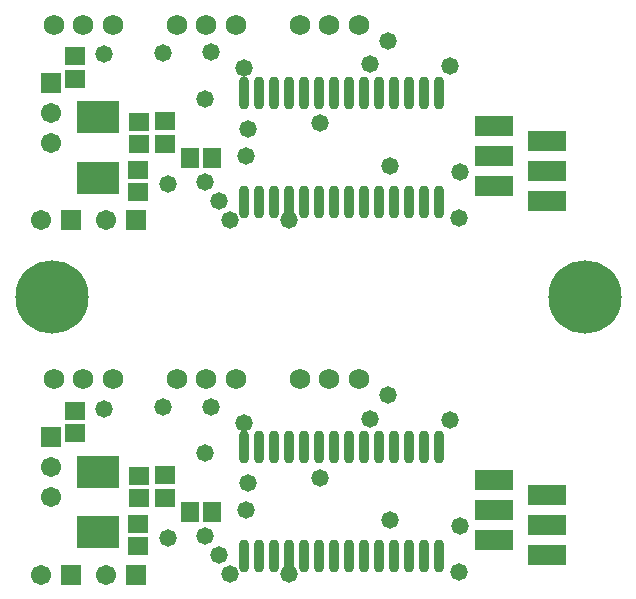
<source format=gbs>
G04 Layer_Color=16711935*
%FSLAX24Y24*%
%MOIN*%
G70*
G01*
G75*
%ADD35R,0.0671X0.0592*%
%ADD37R,0.0592X0.0671*%
%ADD38C,0.0680*%
%ADD39C,0.0671*%
%ADD40R,0.0671X0.0671*%
%ADD41R,0.0671X0.0671*%
%ADD42C,0.2442*%
%ADD43C,0.0580*%
%ADD44R,0.1261X0.0671*%
%ADD45O,0.0356X0.1104*%
%ADD46R,0.1419X0.1064*%
D35*
X3839Y14094D02*
D03*
Y13346D02*
D03*
X3848Y15689D02*
D03*
Y14941D02*
D03*
X4734Y14961D02*
D03*
Y15709D02*
D03*
X1742Y17126D02*
D03*
Y17874D02*
D03*
Y5315D02*
D03*
Y6063D02*
D03*
X3839Y2283D02*
D03*
Y1535D02*
D03*
X3848Y3878D02*
D03*
Y3130D02*
D03*
X4734Y3150D02*
D03*
Y3898D02*
D03*
D37*
X6309Y14478D02*
D03*
X5561D02*
D03*
X6309Y2667D02*
D03*
X5561D02*
D03*
D38*
X2992Y18927D02*
D03*
X2008D02*
D03*
X1024D02*
D03*
X7087D02*
D03*
X6102D02*
D03*
X5118D02*
D03*
X11181D02*
D03*
X10197D02*
D03*
X9213D02*
D03*
X2992Y7116D02*
D03*
X2008D02*
D03*
X1024D02*
D03*
X7087D02*
D03*
X6102D02*
D03*
X5118D02*
D03*
X11181D02*
D03*
X10197D02*
D03*
X9213D02*
D03*
D39*
X935Y14978D02*
D03*
Y15978D02*
D03*
X2770Y12402D02*
D03*
X585D02*
D03*
Y591D02*
D03*
X2770D02*
D03*
X935Y3167D02*
D03*
Y4167D02*
D03*
D40*
Y16978D02*
D03*
Y5167D02*
D03*
D41*
X3770Y12402D02*
D03*
X1585D02*
D03*
Y591D02*
D03*
X3770D02*
D03*
D42*
X955Y9843D02*
D03*
X18720D02*
D03*
D43*
X7431Y14557D02*
D03*
X2687Y17933D02*
D03*
X6063Y16447D02*
D03*
X14557Y14026D02*
D03*
X7490Y15443D02*
D03*
X7372Y17470D02*
D03*
X12224Y14213D02*
D03*
X14223Y17549D02*
D03*
X9892Y15640D02*
D03*
X6260Y18002D02*
D03*
X4656Y17992D02*
D03*
X8859Y12411D02*
D03*
X14518Y12490D02*
D03*
X12175Y18396D02*
D03*
X11555Y17598D02*
D03*
X6882Y12411D02*
D03*
X6526Y13061D02*
D03*
X6053Y13681D02*
D03*
X4813Y13622D02*
D03*
Y1811D02*
D03*
X6053Y1870D02*
D03*
X6526Y1250D02*
D03*
X6882Y600D02*
D03*
X11555Y5787D02*
D03*
X12175Y6585D02*
D03*
X14518Y679D02*
D03*
X8859Y600D02*
D03*
X4656Y6181D02*
D03*
X6260Y6191D02*
D03*
X9892Y3829D02*
D03*
X14223Y5738D02*
D03*
X12224Y2402D02*
D03*
X7372Y5659D02*
D03*
X7490Y3632D02*
D03*
X14557Y2215D02*
D03*
X6063Y4636D02*
D03*
X2687Y6122D02*
D03*
X7431Y2746D02*
D03*
D44*
X15679Y15551D02*
D03*
X17451Y15051D02*
D03*
X15679Y14551D02*
D03*
X17451Y14051D02*
D03*
X15679Y13551D02*
D03*
X17451Y13051D02*
D03*
X15679Y3740D02*
D03*
X17451Y3240D02*
D03*
X15679Y2740D02*
D03*
X17451Y2240D02*
D03*
X15679Y1740D02*
D03*
X17451Y1240D02*
D03*
D45*
X13860Y13022D02*
D03*
X13360D02*
D03*
X12860D02*
D03*
X12360D02*
D03*
X11860D02*
D03*
X11360D02*
D03*
X10860D02*
D03*
X10360D02*
D03*
X9860D02*
D03*
X9360D02*
D03*
X8860D02*
D03*
X8360D02*
D03*
X7860D02*
D03*
X7360D02*
D03*
X13860Y16644D02*
D03*
X13360D02*
D03*
X12860D02*
D03*
X12360D02*
D03*
X11860D02*
D03*
X11360D02*
D03*
X10860D02*
D03*
X10360D02*
D03*
X9860D02*
D03*
X9360D02*
D03*
X8860D02*
D03*
X8360D02*
D03*
X7860D02*
D03*
X7360D02*
D03*
X13860Y1211D02*
D03*
X13360D02*
D03*
X12860D02*
D03*
X12360D02*
D03*
X11860D02*
D03*
X11360D02*
D03*
X10860D02*
D03*
X10360D02*
D03*
X9860D02*
D03*
X9360D02*
D03*
X8860D02*
D03*
X8360D02*
D03*
X7860D02*
D03*
X7360D02*
D03*
X13860Y4833D02*
D03*
X13360D02*
D03*
X12860D02*
D03*
X12360D02*
D03*
X11860D02*
D03*
X11360D02*
D03*
X10860D02*
D03*
X10360D02*
D03*
X9860D02*
D03*
X9360D02*
D03*
X8860D02*
D03*
X8360D02*
D03*
X7860D02*
D03*
X7360D02*
D03*
D46*
X2490Y15837D02*
D03*
Y13829D02*
D03*
Y4026D02*
D03*
Y2018D02*
D03*
M02*

</source>
